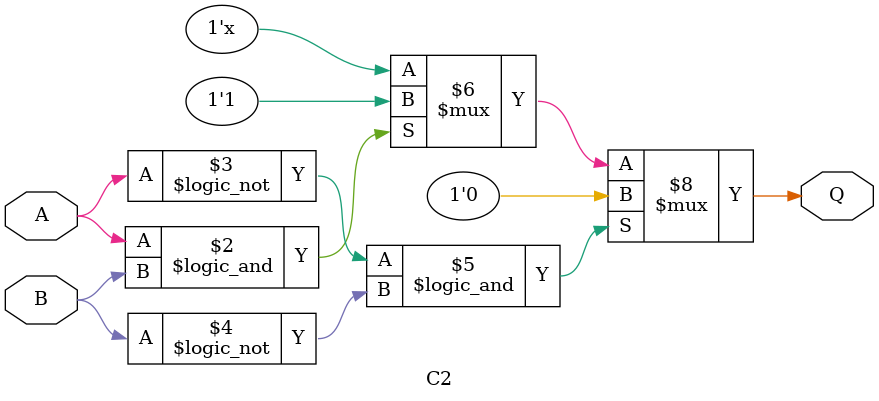
<source format=v>
module LOGIC0 (
    output O
);

    assign O = 1'b0;

endmodule

module BUF (
    input I,
    output O
);
    
    assign O = (I);

endmodule

module INV (
    input I,
    output ON
);
    
    assign ON = ~(I);

endmodule

module NAND2 (
    input A,
    input B,
    output ON
);
    
    assign ON = ~(A & B);

endmodule

module NAND2B (
    input AN,
    input B,
    output ON
);

    assign ON = ~(~AN & B);

endmodule

module AND2 (
    input A,
    input B,
    output O
);

    assign O = (A & B);

endmodule

module OR2 (
    input A,
    input B,
    output O
);

    assign O = (A | B);

endmodule

module NOR2 (
    input A,
    input B,
    output ON
);

    assign ON = ~(A | B);

endmodule

module NOR2B (
    input AN,
    input B,
    output ON
);

    assign ON = ~(~AN | B);

endmodule

module NOR3 (
    input A,
    input B,
    input C,
    output O
);

    assign O = ~(A | B | C);

endmodule

module NOR3B (
    input AN,
    input B,
    input C,
    output ON
);

    assign ON = ~(~AN | B | C);

endmodule

module NOR4B (
    input AN,
    input B,
    input C,
    input D,
    output ON
);

    assign ON = ~(~AN | B | C | D);

endmodule

module NOR4BB (
    input AN,
    input BN,
    input C,
    input D,
    output ON
);

    assign ON = ~(~AN | ~BN | C | D);

endmodule

module OA21 (
    input A1,
    input A2,
    input B,
    output O
);

    assign O = ((A1 | A2) & B);

endmodule

module OAI2BB1 (
    input A1N,
    input A2N,
    input B,
    output ON
);

    assign ON = ~((~A1N | ~A2N) & B);

endmodule

module AO22 (
    input A1,
    input A2,
    input B1,
    input B2,
    output O
);

    assign O = ((A1 & A2) | (B1 & B2));

endmodule

module AO21 (
    input A1,
    input A2,
    input B,
    output O
);

    assign O = ((A1 & A2) | B);

endmodule

module AOI2BB1 (
    input A1N,
    input A2N,
    input B,
    output ON
);

    assign ON = ~((~A1N & ~A2N) | B);

endmodule

module OAI21 (
    input A1,
    input A2,
    input B,
    output ON
);

    assign ON = ~((A1 | A2) & B);

endmodule

module OAI32 (
    input A1,
    input A2,
    input A3,
    input B1,
    input B2,
    output ON
);

    assign ON = ~((A1 | A2 | A3) & (B1 | B2));

endmodule

module C2 (
    input A,
    input B,
    output reg Q
);

    always @(A, B) begin
        if (A && B)
            Q <= 1'b1; 
        if (!A && !B)
            Q <= 1'b0;
    end

endmodule
</source>
